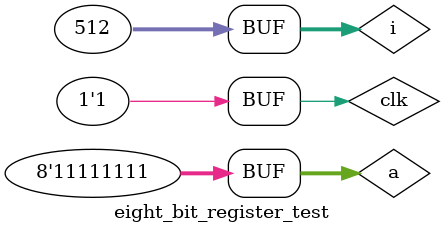
<source format=v>
module eight_bit_register_test;
	reg [7:0] a;
	reg clk;
	wire [7:0] q;
	
	eight_bit_register instance1 (a, clk, q);
	
	integer i;
	
	initial 
		begin
			for(i = 0; i < 512; i = i + 1)
				begin
					clk = i;
					a = i;
					#10;					
				end
		end
endmodule
				
</source>
